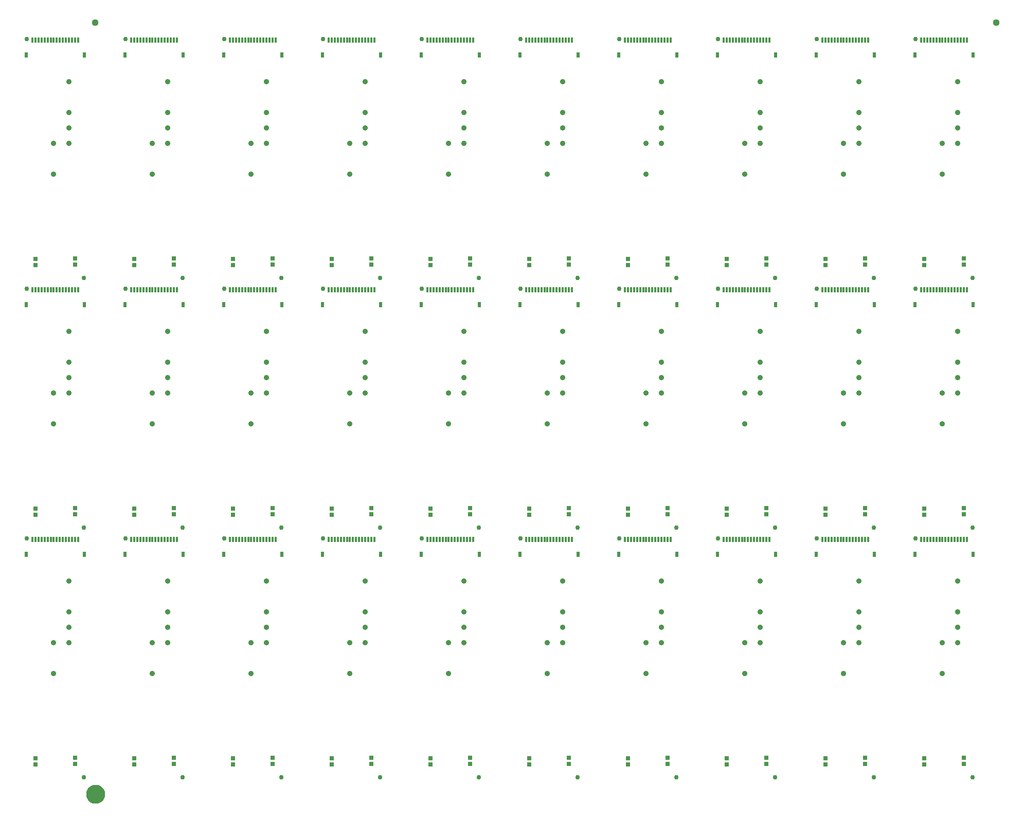
<source format=gbs>
G04 EAGLE Gerber RS-274X export*
G75*
%MOMM*%
%FSLAX34Y34*%
%LPD*%
%INSoldermask Bottom*%
%IPPOS*%
%AMOC8*
5,1,8,0,0,1.08239X$1,22.5*%
G01*
%ADD10C,0.762000*%
%ADD11R,0.727000X0.727000*%
%ADD12R,0.427000X0.927000*%
%ADD13R,0.527000X0.927000*%
%ADD14C,0.889000*%
%ADD15C,1.127000*%
%ADD16C,1.270000*%
%ADD17C,1.627000*%


D10*
X6350Y400050D03*
X100330Y6350D03*
D11*
X20955Y28020D03*
X20955Y38020D03*
X85725Y28655D03*
X85725Y38655D03*
D12*
X90840Y398945D03*
X85840Y398945D03*
D13*
X100840Y373945D03*
X5840Y373945D03*
D12*
X80840Y398945D03*
X75840Y398945D03*
X70840Y398945D03*
X65840Y398945D03*
X60840Y398945D03*
X55840Y398945D03*
X50840Y398945D03*
X45840Y398945D03*
X40840Y398945D03*
X35840Y398945D03*
X30840Y398945D03*
X25840Y398945D03*
X20840Y398945D03*
X15840Y398945D03*
D14*
X76200Y279400D03*
X50800Y177800D03*
X76200Y330200D03*
X50800Y228600D03*
X76200Y228600D03*
X76200Y254000D03*
D10*
X168910Y400050D03*
X262890Y6350D03*
D11*
X183515Y28020D03*
X183515Y38020D03*
X248285Y28655D03*
X248285Y38655D03*
D12*
X253400Y398945D03*
X248400Y398945D03*
D13*
X263400Y373945D03*
X168400Y373945D03*
D12*
X243400Y398945D03*
X238400Y398945D03*
X233400Y398945D03*
X228400Y398945D03*
X223400Y398945D03*
X218400Y398945D03*
X213400Y398945D03*
X208400Y398945D03*
X203400Y398945D03*
X198400Y398945D03*
X193400Y398945D03*
X188400Y398945D03*
X183400Y398945D03*
X178400Y398945D03*
D14*
X238760Y279400D03*
X213360Y177800D03*
X238760Y330200D03*
X213360Y228600D03*
X238760Y228600D03*
X238760Y254000D03*
D10*
X331470Y400050D03*
X425450Y6350D03*
D11*
X346075Y28020D03*
X346075Y38020D03*
X410845Y28655D03*
X410845Y38655D03*
D12*
X415960Y398945D03*
X410960Y398945D03*
D13*
X425960Y373945D03*
X330960Y373945D03*
D12*
X405960Y398945D03*
X400960Y398945D03*
X395960Y398945D03*
X390960Y398945D03*
X385960Y398945D03*
X380960Y398945D03*
X375960Y398945D03*
X370960Y398945D03*
X365960Y398945D03*
X360960Y398945D03*
X355960Y398945D03*
X350960Y398945D03*
X345960Y398945D03*
X340960Y398945D03*
D14*
X401320Y279400D03*
X375920Y177800D03*
X401320Y330200D03*
X375920Y228600D03*
X401320Y228600D03*
X401320Y254000D03*
D10*
X494030Y400050D03*
X588010Y6350D03*
D11*
X508635Y28020D03*
X508635Y38020D03*
X573405Y28655D03*
X573405Y38655D03*
D12*
X578520Y398945D03*
X573520Y398945D03*
D13*
X588520Y373945D03*
X493520Y373945D03*
D12*
X568520Y398945D03*
X563520Y398945D03*
X558520Y398945D03*
X553520Y398945D03*
X548520Y398945D03*
X543520Y398945D03*
X538520Y398945D03*
X533520Y398945D03*
X528520Y398945D03*
X523520Y398945D03*
X518520Y398945D03*
X513520Y398945D03*
X508520Y398945D03*
X503520Y398945D03*
D14*
X563880Y279400D03*
X538480Y177800D03*
X563880Y330200D03*
X538480Y228600D03*
X563880Y228600D03*
X563880Y254000D03*
D10*
X656590Y400050D03*
X750570Y6350D03*
D11*
X671195Y28020D03*
X671195Y38020D03*
X735965Y28655D03*
X735965Y38655D03*
D12*
X741080Y398945D03*
X736080Y398945D03*
D13*
X751080Y373945D03*
X656080Y373945D03*
D12*
X731080Y398945D03*
X726080Y398945D03*
X721080Y398945D03*
X716080Y398945D03*
X711080Y398945D03*
X706080Y398945D03*
X701080Y398945D03*
X696080Y398945D03*
X691080Y398945D03*
X686080Y398945D03*
X681080Y398945D03*
X676080Y398945D03*
X671080Y398945D03*
X666080Y398945D03*
D14*
X726440Y279400D03*
X701040Y177800D03*
X726440Y330200D03*
X701040Y228600D03*
X726440Y228600D03*
X726440Y254000D03*
D10*
X819150Y400050D03*
X913130Y6350D03*
D11*
X833755Y28020D03*
X833755Y38020D03*
X898525Y28655D03*
X898525Y38655D03*
D12*
X903640Y398945D03*
X898640Y398945D03*
D13*
X913640Y373945D03*
X818640Y373945D03*
D12*
X893640Y398945D03*
X888640Y398945D03*
X883640Y398945D03*
X878640Y398945D03*
X873640Y398945D03*
X868640Y398945D03*
X863640Y398945D03*
X858640Y398945D03*
X853640Y398945D03*
X848640Y398945D03*
X843640Y398945D03*
X838640Y398945D03*
X833640Y398945D03*
X828640Y398945D03*
D14*
X889000Y279400D03*
X863600Y177800D03*
X889000Y330200D03*
X863600Y228600D03*
X889000Y228600D03*
X889000Y254000D03*
D10*
X981710Y400050D03*
X1075690Y6350D03*
D11*
X996315Y28020D03*
X996315Y38020D03*
X1061085Y28655D03*
X1061085Y38655D03*
D12*
X1066200Y398945D03*
X1061200Y398945D03*
D13*
X1076200Y373945D03*
X981200Y373945D03*
D12*
X1056200Y398945D03*
X1051200Y398945D03*
X1046200Y398945D03*
X1041200Y398945D03*
X1036200Y398945D03*
X1031200Y398945D03*
X1026200Y398945D03*
X1021200Y398945D03*
X1016200Y398945D03*
X1011200Y398945D03*
X1006200Y398945D03*
X1001200Y398945D03*
X996200Y398945D03*
X991200Y398945D03*
D14*
X1051560Y279400D03*
X1026160Y177800D03*
X1051560Y330200D03*
X1026160Y228600D03*
X1051560Y228600D03*
X1051560Y254000D03*
D10*
X1144270Y400050D03*
X1238250Y6350D03*
D11*
X1158875Y28020D03*
X1158875Y38020D03*
X1223645Y28655D03*
X1223645Y38655D03*
D12*
X1228760Y398945D03*
X1223760Y398945D03*
D13*
X1238760Y373945D03*
X1143760Y373945D03*
D12*
X1218760Y398945D03*
X1213760Y398945D03*
X1208760Y398945D03*
X1203760Y398945D03*
X1198760Y398945D03*
X1193760Y398945D03*
X1188760Y398945D03*
X1183760Y398945D03*
X1178760Y398945D03*
X1173760Y398945D03*
X1168760Y398945D03*
X1163760Y398945D03*
X1158760Y398945D03*
X1153760Y398945D03*
D14*
X1214120Y279400D03*
X1188720Y177800D03*
X1214120Y330200D03*
X1188720Y228600D03*
X1214120Y228600D03*
X1214120Y254000D03*
D10*
X1306830Y400050D03*
X1400810Y6350D03*
D11*
X1321435Y28020D03*
X1321435Y38020D03*
X1386205Y28655D03*
X1386205Y38655D03*
D12*
X1391320Y398945D03*
X1386320Y398945D03*
D13*
X1401320Y373945D03*
X1306320Y373945D03*
D12*
X1381320Y398945D03*
X1376320Y398945D03*
X1371320Y398945D03*
X1366320Y398945D03*
X1361320Y398945D03*
X1356320Y398945D03*
X1351320Y398945D03*
X1346320Y398945D03*
X1341320Y398945D03*
X1336320Y398945D03*
X1331320Y398945D03*
X1326320Y398945D03*
X1321320Y398945D03*
X1316320Y398945D03*
D14*
X1376680Y279400D03*
X1351280Y177800D03*
X1376680Y330200D03*
X1351280Y228600D03*
X1376680Y228600D03*
X1376680Y254000D03*
D10*
X1469390Y400050D03*
X1563370Y6350D03*
D11*
X1483995Y28020D03*
X1483995Y38020D03*
X1548765Y28655D03*
X1548765Y38655D03*
D12*
X1553880Y398945D03*
X1548880Y398945D03*
D13*
X1563880Y373945D03*
X1468880Y373945D03*
D12*
X1543880Y398945D03*
X1538880Y398945D03*
X1533880Y398945D03*
X1528880Y398945D03*
X1523880Y398945D03*
X1518880Y398945D03*
X1513880Y398945D03*
X1508880Y398945D03*
X1503880Y398945D03*
X1498880Y398945D03*
X1493880Y398945D03*
X1488880Y398945D03*
X1483880Y398945D03*
X1478880Y398945D03*
D14*
X1539240Y279400D03*
X1513840Y177800D03*
X1539240Y330200D03*
X1513840Y228600D03*
X1539240Y228600D03*
X1539240Y254000D03*
D10*
X6350Y811530D03*
X100330Y417830D03*
D11*
X20955Y439500D03*
X20955Y449500D03*
X85725Y440135D03*
X85725Y450135D03*
D12*
X90840Y810425D03*
X85840Y810425D03*
D13*
X100840Y785425D03*
X5840Y785425D03*
D12*
X80840Y810425D03*
X75840Y810425D03*
X70840Y810425D03*
X65840Y810425D03*
X60840Y810425D03*
X55840Y810425D03*
X50840Y810425D03*
X45840Y810425D03*
X40840Y810425D03*
X35840Y810425D03*
X30840Y810425D03*
X25840Y810425D03*
X20840Y810425D03*
X15840Y810425D03*
D14*
X76200Y690880D03*
X50800Y589280D03*
X76200Y741680D03*
X50800Y640080D03*
X76200Y640080D03*
X76200Y665480D03*
D10*
X168910Y811530D03*
X262890Y417830D03*
D11*
X183515Y439500D03*
X183515Y449500D03*
X248285Y440135D03*
X248285Y450135D03*
D12*
X253400Y810425D03*
X248400Y810425D03*
D13*
X263400Y785425D03*
X168400Y785425D03*
D12*
X243400Y810425D03*
X238400Y810425D03*
X233400Y810425D03*
X228400Y810425D03*
X223400Y810425D03*
X218400Y810425D03*
X213400Y810425D03*
X208400Y810425D03*
X203400Y810425D03*
X198400Y810425D03*
X193400Y810425D03*
X188400Y810425D03*
X183400Y810425D03*
X178400Y810425D03*
D14*
X238760Y690880D03*
X213360Y589280D03*
X238760Y741680D03*
X213360Y640080D03*
X238760Y640080D03*
X238760Y665480D03*
D10*
X331470Y811530D03*
X425450Y417830D03*
D11*
X346075Y439500D03*
X346075Y449500D03*
X410845Y440135D03*
X410845Y450135D03*
D12*
X415960Y810425D03*
X410960Y810425D03*
D13*
X425960Y785425D03*
X330960Y785425D03*
D12*
X405960Y810425D03*
X400960Y810425D03*
X395960Y810425D03*
X390960Y810425D03*
X385960Y810425D03*
X380960Y810425D03*
X375960Y810425D03*
X370960Y810425D03*
X365960Y810425D03*
X360960Y810425D03*
X355960Y810425D03*
X350960Y810425D03*
X345960Y810425D03*
X340960Y810425D03*
D14*
X401320Y690880D03*
X375920Y589280D03*
X401320Y741680D03*
X375920Y640080D03*
X401320Y640080D03*
X401320Y665480D03*
D10*
X494030Y811530D03*
X588010Y417830D03*
D11*
X508635Y439500D03*
X508635Y449500D03*
X573405Y440135D03*
X573405Y450135D03*
D12*
X578520Y810425D03*
X573520Y810425D03*
D13*
X588520Y785425D03*
X493520Y785425D03*
D12*
X568520Y810425D03*
X563520Y810425D03*
X558520Y810425D03*
X553520Y810425D03*
X548520Y810425D03*
X543520Y810425D03*
X538520Y810425D03*
X533520Y810425D03*
X528520Y810425D03*
X523520Y810425D03*
X518520Y810425D03*
X513520Y810425D03*
X508520Y810425D03*
X503520Y810425D03*
D14*
X563880Y690880D03*
X538480Y589280D03*
X563880Y741680D03*
X538480Y640080D03*
X563880Y640080D03*
X563880Y665480D03*
D10*
X656590Y811530D03*
X750570Y417830D03*
D11*
X671195Y439500D03*
X671195Y449500D03*
X735965Y440135D03*
X735965Y450135D03*
D12*
X741080Y810425D03*
X736080Y810425D03*
D13*
X751080Y785425D03*
X656080Y785425D03*
D12*
X731080Y810425D03*
X726080Y810425D03*
X721080Y810425D03*
X716080Y810425D03*
X711080Y810425D03*
X706080Y810425D03*
X701080Y810425D03*
X696080Y810425D03*
X691080Y810425D03*
X686080Y810425D03*
X681080Y810425D03*
X676080Y810425D03*
X671080Y810425D03*
X666080Y810425D03*
D14*
X726440Y690880D03*
X701040Y589280D03*
X726440Y741680D03*
X701040Y640080D03*
X726440Y640080D03*
X726440Y665480D03*
D10*
X819150Y811530D03*
X913130Y417830D03*
D11*
X833755Y439500D03*
X833755Y449500D03*
X898525Y440135D03*
X898525Y450135D03*
D12*
X903640Y810425D03*
X898640Y810425D03*
D13*
X913640Y785425D03*
X818640Y785425D03*
D12*
X893640Y810425D03*
X888640Y810425D03*
X883640Y810425D03*
X878640Y810425D03*
X873640Y810425D03*
X868640Y810425D03*
X863640Y810425D03*
X858640Y810425D03*
X853640Y810425D03*
X848640Y810425D03*
X843640Y810425D03*
X838640Y810425D03*
X833640Y810425D03*
X828640Y810425D03*
D14*
X889000Y690880D03*
X863600Y589280D03*
X889000Y741680D03*
X863600Y640080D03*
X889000Y640080D03*
X889000Y665480D03*
D10*
X981710Y811530D03*
X1075690Y417830D03*
D11*
X996315Y439500D03*
X996315Y449500D03*
X1061085Y440135D03*
X1061085Y450135D03*
D12*
X1066200Y810425D03*
X1061200Y810425D03*
D13*
X1076200Y785425D03*
X981200Y785425D03*
D12*
X1056200Y810425D03*
X1051200Y810425D03*
X1046200Y810425D03*
X1041200Y810425D03*
X1036200Y810425D03*
X1031200Y810425D03*
X1026200Y810425D03*
X1021200Y810425D03*
X1016200Y810425D03*
X1011200Y810425D03*
X1006200Y810425D03*
X1001200Y810425D03*
X996200Y810425D03*
X991200Y810425D03*
D14*
X1051560Y690880D03*
X1026160Y589280D03*
X1051560Y741680D03*
X1026160Y640080D03*
X1051560Y640080D03*
X1051560Y665480D03*
D10*
X1144270Y811530D03*
X1238250Y417830D03*
D11*
X1158875Y439500D03*
X1158875Y449500D03*
X1223645Y440135D03*
X1223645Y450135D03*
D12*
X1228760Y810425D03*
X1223760Y810425D03*
D13*
X1238760Y785425D03*
X1143760Y785425D03*
D12*
X1218760Y810425D03*
X1213760Y810425D03*
X1208760Y810425D03*
X1203760Y810425D03*
X1198760Y810425D03*
X1193760Y810425D03*
X1188760Y810425D03*
X1183760Y810425D03*
X1178760Y810425D03*
X1173760Y810425D03*
X1168760Y810425D03*
X1163760Y810425D03*
X1158760Y810425D03*
X1153760Y810425D03*
D14*
X1214120Y690880D03*
X1188720Y589280D03*
X1214120Y741680D03*
X1188720Y640080D03*
X1214120Y640080D03*
X1214120Y665480D03*
D10*
X1306830Y811530D03*
X1400810Y417830D03*
D11*
X1321435Y439500D03*
X1321435Y449500D03*
X1386205Y440135D03*
X1386205Y450135D03*
D12*
X1391320Y810425D03*
X1386320Y810425D03*
D13*
X1401320Y785425D03*
X1306320Y785425D03*
D12*
X1381320Y810425D03*
X1376320Y810425D03*
X1371320Y810425D03*
X1366320Y810425D03*
X1361320Y810425D03*
X1356320Y810425D03*
X1351320Y810425D03*
X1346320Y810425D03*
X1341320Y810425D03*
X1336320Y810425D03*
X1331320Y810425D03*
X1326320Y810425D03*
X1321320Y810425D03*
X1316320Y810425D03*
D14*
X1376680Y690880D03*
X1351280Y589280D03*
X1376680Y741680D03*
X1351280Y640080D03*
X1376680Y640080D03*
X1376680Y665480D03*
D10*
X1469390Y811530D03*
X1563370Y417830D03*
D11*
X1483995Y439500D03*
X1483995Y449500D03*
X1548765Y440135D03*
X1548765Y450135D03*
D12*
X1553880Y810425D03*
X1548880Y810425D03*
D13*
X1563880Y785425D03*
X1468880Y785425D03*
D12*
X1543880Y810425D03*
X1538880Y810425D03*
X1533880Y810425D03*
X1528880Y810425D03*
X1523880Y810425D03*
X1518880Y810425D03*
X1513880Y810425D03*
X1508880Y810425D03*
X1503880Y810425D03*
X1498880Y810425D03*
X1493880Y810425D03*
X1488880Y810425D03*
X1483880Y810425D03*
X1478880Y810425D03*
D14*
X1539240Y690880D03*
X1513840Y589280D03*
X1539240Y741680D03*
X1513840Y640080D03*
X1539240Y640080D03*
X1539240Y665480D03*
D10*
X6350Y1223010D03*
X100330Y829310D03*
D11*
X20955Y850980D03*
X20955Y860980D03*
X85725Y851615D03*
X85725Y861615D03*
D12*
X90840Y1221905D03*
X85840Y1221905D03*
D13*
X100840Y1196905D03*
X5840Y1196905D03*
D12*
X80840Y1221905D03*
X75840Y1221905D03*
X70840Y1221905D03*
X65840Y1221905D03*
X60840Y1221905D03*
X55840Y1221905D03*
X50840Y1221905D03*
X45840Y1221905D03*
X40840Y1221905D03*
X35840Y1221905D03*
X30840Y1221905D03*
X25840Y1221905D03*
X20840Y1221905D03*
X15840Y1221905D03*
D14*
X76200Y1102360D03*
X50800Y1000760D03*
X76200Y1153160D03*
X50800Y1051560D03*
X76200Y1051560D03*
X76200Y1076960D03*
D10*
X168910Y1223010D03*
X262890Y829310D03*
D11*
X183515Y850980D03*
X183515Y860980D03*
X248285Y851615D03*
X248285Y861615D03*
D12*
X253400Y1221905D03*
X248400Y1221905D03*
D13*
X263400Y1196905D03*
X168400Y1196905D03*
D12*
X243400Y1221905D03*
X238400Y1221905D03*
X233400Y1221905D03*
X228400Y1221905D03*
X223400Y1221905D03*
X218400Y1221905D03*
X213400Y1221905D03*
X208400Y1221905D03*
X203400Y1221905D03*
X198400Y1221905D03*
X193400Y1221905D03*
X188400Y1221905D03*
X183400Y1221905D03*
X178400Y1221905D03*
D14*
X238760Y1102360D03*
X213360Y1000760D03*
X238760Y1153160D03*
X213360Y1051560D03*
X238760Y1051560D03*
X238760Y1076960D03*
D10*
X331470Y1223010D03*
X425450Y829310D03*
D11*
X346075Y850980D03*
X346075Y860980D03*
X410845Y851615D03*
X410845Y861615D03*
D12*
X415960Y1221905D03*
X410960Y1221905D03*
D13*
X425960Y1196905D03*
X330960Y1196905D03*
D12*
X405960Y1221905D03*
X400960Y1221905D03*
X395960Y1221905D03*
X390960Y1221905D03*
X385960Y1221905D03*
X380960Y1221905D03*
X375960Y1221905D03*
X370960Y1221905D03*
X365960Y1221905D03*
X360960Y1221905D03*
X355960Y1221905D03*
X350960Y1221905D03*
X345960Y1221905D03*
X340960Y1221905D03*
D14*
X401320Y1102360D03*
X375920Y1000760D03*
X401320Y1153160D03*
X375920Y1051560D03*
X401320Y1051560D03*
X401320Y1076960D03*
D10*
X494030Y1223010D03*
X588010Y829310D03*
D11*
X508635Y850980D03*
X508635Y860980D03*
X573405Y851615D03*
X573405Y861615D03*
D12*
X578520Y1221905D03*
X573520Y1221905D03*
D13*
X588520Y1196905D03*
X493520Y1196905D03*
D12*
X568520Y1221905D03*
X563520Y1221905D03*
X558520Y1221905D03*
X553520Y1221905D03*
X548520Y1221905D03*
X543520Y1221905D03*
X538520Y1221905D03*
X533520Y1221905D03*
X528520Y1221905D03*
X523520Y1221905D03*
X518520Y1221905D03*
X513520Y1221905D03*
X508520Y1221905D03*
X503520Y1221905D03*
D14*
X563880Y1102360D03*
X538480Y1000760D03*
X563880Y1153160D03*
X538480Y1051560D03*
X563880Y1051560D03*
X563880Y1076960D03*
D10*
X656590Y1223010D03*
X750570Y829310D03*
D11*
X671195Y850980D03*
X671195Y860980D03*
X735965Y851615D03*
X735965Y861615D03*
D12*
X741080Y1221905D03*
X736080Y1221905D03*
D13*
X751080Y1196905D03*
X656080Y1196905D03*
D12*
X731080Y1221905D03*
X726080Y1221905D03*
X721080Y1221905D03*
X716080Y1221905D03*
X711080Y1221905D03*
X706080Y1221905D03*
X701080Y1221905D03*
X696080Y1221905D03*
X691080Y1221905D03*
X686080Y1221905D03*
X681080Y1221905D03*
X676080Y1221905D03*
X671080Y1221905D03*
X666080Y1221905D03*
D14*
X726440Y1102360D03*
X701040Y1000760D03*
X726440Y1153160D03*
X701040Y1051560D03*
X726440Y1051560D03*
X726440Y1076960D03*
D10*
X819150Y1223010D03*
X913130Y829310D03*
D11*
X833755Y850980D03*
X833755Y860980D03*
X898525Y851615D03*
X898525Y861615D03*
D12*
X903640Y1221905D03*
X898640Y1221905D03*
D13*
X913640Y1196905D03*
X818640Y1196905D03*
D12*
X893640Y1221905D03*
X888640Y1221905D03*
X883640Y1221905D03*
X878640Y1221905D03*
X873640Y1221905D03*
X868640Y1221905D03*
X863640Y1221905D03*
X858640Y1221905D03*
X853640Y1221905D03*
X848640Y1221905D03*
X843640Y1221905D03*
X838640Y1221905D03*
X833640Y1221905D03*
X828640Y1221905D03*
D14*
X889000Y1102360D03*
X863600Y1000760D03*
X889000Y1153160D03*
X863600Y1051560D03*
X889000Y1051560D03*
X889000Y1076960D03*
D10*
X981710Y1223010D03*
X1075690Y829310D03*
D11*
X996315Y850980D03*
X996315Y860980D03*
X1061085Y851615D03*
X1061085Y861615D03*
D12*
X1066200Y1221905D03*
X1061200Y1221905D03*
D13*
X1076200Y1196905D03*
X981200Y1196905D03*
D12*
X1056200Y1221905D03*
X1051200Y1221905D03*
X1046200Y1221905D03*
X1041200Y1221905D03*
X1036200Y1221905D03*
X1031200Y1221905D03*
X1026200Y1221905D03*
X1021200Y1221905D03*
X1016200Y1221905D03*
X1011200Y1221905D03*
X1006200Y1221905D03*
X1001200Y1221905D03*
X996200Y1221905D03*
X991200Y1221905D03*
D14*
X1051560Y1102360D03*
X1026160Y1000760D03*
X1051560Y1153160D03*
X1026160Y1051560D03*
X1051560Y1051560D03*
X1051560Y1076960D03*
D10*
X1144270Y1223010D03*
X1238250Y829310D03*
D11*
X1158875Y850980D03*
X1158875Y860980D03*
X1223645Y851615D03*
X1223645Y861615D03*
D12*
X1228760Y1221905D03*
X1223760Y1221905D03*
D13*
X1238760Y1196905D03*
X1143760Y1196905D03*
D12*
X1218760Y1221905D03*
X1213760Y1221905D03*
X1208760Y1221905D03*
X1203760Y1221905D03*
X1198760Y1221905D03*
X1193760Y1221905D03*
X1188760Y1221905D03*
X1183760Y1221905D03*
X1178760Y1221905D03*
X1173760Y1221905D03*
X1168760Y1221905D03*
X1163760Y1221905D03*
X1158760Y1221905D03*
X1153760Y1221905D03*
D14*
X1214120Y1102360D03*
X1188720Y1000760D03*
X1214120Y1153160D03*
X1188720Y1051560D03*
X1214120Y1051560D03*
X1214120Y1076960D03*
D10*
X1306830Y1223010D03*
X1400810Y829310D03*
D11*
X1321435Y850980D03*
X1321435Y860980D03*
X1386205Y851615D03*
X1386205Y861615D03*
D12*
X1391320Y1221905D03*
X1386320Y1221905D03*
D13*
X1401320Y1196905D03*
X1306320Y1196905D03*
D12*
X1381320Y1221905D03*
X1376320Y1221905D03*
X1371320Y1221905D03*
X1366320Y1221905D03*
X1361320Y1221905D03*
X1356320Y1221905D03*
X1351320Y1221905D03*
X1346320Y1221905D03*
X1341320Y1221905D03*
X1336320Y1221905D03*
X1331320Y1221905D03*
X1326320Y1221905D03*
X1321320Y1221905D03*
X1316320Y1221905D03*
D14*
X1376680Y1102360D03*
X1351280Y1000760D03*
X1376680Y1153160D03*
X1351280Y1051560D03*
X1376680Y1051560D03*
X1376680Y1076960D03*
D10*
X1469390Y1223010D03*
X1563370Y829310D03*
D11*
X1483995Y850980D03*
X1483995Y860980D03*
X1548765Y851615D03*
X1548765Y861615D03*
D12*
X1553880Y1221905D03*
X1548880Y1221905D03*
D13*
X1563880Y1196905D03*
X1468880Y1196905D03*
D12*
X1543880Y1221905D03*
X1538880Y1221905D03*
X1533880Y1221905D03*
X1528880Y1221905D03*
X1523880Y1221905D03*
X1518880Y1221905D03*
X1513880Y1221905D03*
X1508880Y1221905D03*
X1503880Y1221905D03*
X1498880Y1221905D03*
X1493880Y1221905D03*
X1488880Y1221905D03*
X1483880Y1221905D03*
X1478880Y1221905D03*
D14*
X1539240Y1102360D03*
X1513840Y1000760D03*
X1539240Y1153160D03*
X1513840Y1051560D03*
X1539240Y1051560D03*
X1539240Y1076960D03*
D15*
X119380Y1250315D03*
X1602105Y1250315D03*
D16*
X110325Y-20955D02*
X110328Y-20733D01*
X110336Y-20511D01*
X110350Y-20289D01*
X110369Y-20067D01*
X110393Y-19847D01*
X110423Y-19626D01*
X110458Y-19407D01*
X110499Y-19188D01*
X110545Y-18971D01*
X110596Y-18755D01*
X110653Y-18540D01*
X110715Y-18326D01*
X110782Y-18115D01*
X110854Y-17904D01*
X110932Y-17696D01*
X111014Y-17490D01*
X111102Y-17286D01*
X111194Y-17083D01*
X111292Y-16884D01*
X111394Y-16687D01*
X111501Y-16492D01*
X111613Y-16300D01*
X111730Y-16111D01*
X111851Y-15924D01*
X111977Y-15741D01*
X112107Y-15561D01*
X112242Y-15384D01*
X112380Y-15211D01*
X112523Y-15041D01*
X112671Y-14874D01*
X112822Y-14711D01*
X112977Y-14552D01*
X113136Y-14397D01*
X113299Y-14246D01*
X113466Y-14098D01*
X113636Y-13955D01*
X113809Y-13817D01*
X113986Y-13682D01*
X114166Y-13552D01*
X114349Y-13426D01*
X114536Y-13305D01*
X114725Y-13188D01*
X114917Y-13076D01*
X115112Y-12969D01*
X115309Y-12867D01*
X115508Y-12769D01*
X115711Y-12677D01*
X115915Y-12589D01*
X116121Y-12507D01*
X116329Y-12429D01*
X116540Y-12357D01*
X116751Y-12290D01*
X116965Y-12228D01*
X117180Y-12171D01*
X117396Y-12120D01*
X117613Y-12074D01*
X117832Y-12033D01*
X118051Y-11998D01*
X118272Y-11968D01*
X118492Y-11944D01*
X118714Y-11925D01*
X118936Y-11911D01*
X119158Y-11903D01*
X119380Y-11900D01*
X119602Y-11903D01*
X119824Y-11911D01*
X120046Y-11925D01*
X120268Y-11944D01*
X120488Y-11968D01*
X120709Y-11998D01*
X120928Y-12033D01*
X121147Y-12074D01*
X121364Y-12120D01*
X121580Y-12171D01*
X121795Y-12228D01*
X122009Y-12290D01*
X122220Y-12357D01*
X122431Y-12429D01*
X122639Y-12507D01*
X122845Y-12589D01*
X123049Y-12677D01*
X123252Y-12769D01*
X123451Y-12867D01*
X123648Y-12969D01*
X123843Y-13076D01*
X124035Y-13188D01*
X124224Y-13305D01*
X124411Y-13426D01*
X124594Y-13552D01*
X124774Y-13682D01*
X124951Y-13817D01*
X125124Y-13955D01*
X125294Y-14098D01*
X125461Y-14246D01*
X125624Y-14397D01*
X125783Y-14552D01*
X125938Y-14711D01*
X126089Y-14874D01*
X126237Y-15041D01*
X126380Y-15211D01*
X126518Y-15384D01*
X126653Y-15561D01*
X126783Y-15741D01*
X126909Y-15924D01*
X127030Y-16111D01*
X127147Y-16300D01*
X127259Y-16492D01*
X127366Y-16687D01*
X127468Y-16884D01*
X127566Y-17083D01*
X127658Y-17286D01*
X127746Y-17490D01*
X127828Y-17696D01*
X127906Y-17904D01*
X127978Y-18115D01*
X128045Y-18326D01*
X128107Y-18540D01*
X128164Y-18755D01*
X128215Y-18971D01*
X128261Y-19188D01*
X128302Y-19407D01*
X128337Y-19626D01*
X128367Y-19847D01*
X128391Y-20067D01*
X128410Y-20289D01*
X128424Y-20511D01*
X128432Y-20733D01*
X128435Y-20955D01*
X128432Y-21177D01*
X128424Y-21399D01*
X128410Y-21621D01*
X128391Y-21843D01*
X128367Y-22063D01*
X128337Y-22284D01*
X128302Y-22503D01*
X128261Y-22722D01*
X128215Y-22939D01*
X128164Y-23155D01*
X128107Y-23370D01*
X128045Y-23584D01*
X127978Y-23795D01*
X127906Y-24006D01*
X127828Y-24214D01*
X127746Y-24420D01*
X127658Y-24624D01*
X127566Y-24827D01*
X127468Y-25026D01*
X127366Y-25223D01*
X127259Y-25418D01*
X127147Y-25610D01*
X127030Y-25799D01*
X126909Y-25986D01*
X126783Y-26169D01*
X126653Y-26349D01*
X126518Y-26526D01*
X126380Y-26699D01*
X126237Y-26869D01*
X126089Y-27036D01*
X125938Y-27199D01*
X125783Y-27358D01*
X125624Y-27513D01*
X125461Y-27664D01*
X125294Y-27812D01*
X125124Y-27955D01*
X124951Y-28093D01*
X124774Y-28228D01*
X124594Y-28358D01*
X124411Y-28484D01*
X124224Y-28605D01*
X124035Y-28722D01*
X123843Y-28834D01*
X123648Y-28941D01*
X123451Y-29043D01*
X123252Y-29141D01*
X123049Y-29233D01*
X122845Y-29321D01*
X122639Y-29403D01*
X122431Y-29481D01*
X122220Y-29553D01*
X122009Y-29620D01*
X121795Y-29682D01*
X121580Y-29739D01*
X121364Y-29790D01*
X121147Y-29836D01*
X120928Y-29877D01*
X120709Y-29912D01*
X120488Y-29942D01*
X120268Y-29966D01*
X120046Y-29985D01*
X119824Y-29999D01*
X119602Y-30007D01*
X119380Y-30010D01*
X119158Y-30007D01*
X118936Y-29999D01*
X118714Y-29985D01*
X118492Y-29966D01*
X118272Y-29942D01*
X118051Y-29912D01*
X117832Y-29877D01*
X117613Y-29836D01*
X117396Y-29790D01*
X117180Y-29739D01*
X116965Y-29682D01*
X116751Y-29620D01*
X116540Y-29553D01*
X116329Y-29481D01*
X116121Y-29403D01*
X115915Y-29321D01*
X115711Y-29233D01*
X115508Y-29141D01*
X115309Y-29043D01*
X115112Y-28941D01*
X114917Y-28834D01*
X114725Y-28722D01*
X114536Y-28605D01*
X114349Y-28484D01*
X114166Y-28358D01*
X113986Y-28228D01*
X113809Y-28093D01*
X113636Y-27955D01*
X113466Y-27812D01*
X113299Y-27664D01*
X113136Y-27513D01*
X112977Y-27358D01*
X112822Y-27199D01*
X112671Y-27036D01*
X112523Y-26869D01*
X112380Y-26699D01*
X112242Y-26526D01*
X112107Y-26349D01*
X111977Y-26169D01*
X111851Y-25986D01*
X111730Y-25799D01*
X111613Y-25610D01*
X111501Y-25418D01*
X111394Y-25223D01*
X111292Y-25026D01*
X111194Y-24827D01*
X111102Y-24624D01*
X111014Y-24420D01*
X110932Y-24214D01*
X110854Y-24006D01*
X110782Y-23795D01*
X110715Y-23584D01*
X110653Y-23370D01*
X110596Y-23155D01*
X110545Y-22939D01*
X110499Y-22722D01*
X110458Y-22503D01*
X110423Y-22284D01*
X110393Y-22063D01*
X110369Y-21843D01*
X110350Y-21621D01*
X110336Y-21399D01*
X110328Y-21177D01*
X110325Y-20955D01*
D17*
X119380Y-20955D03*
M02*

</source>
